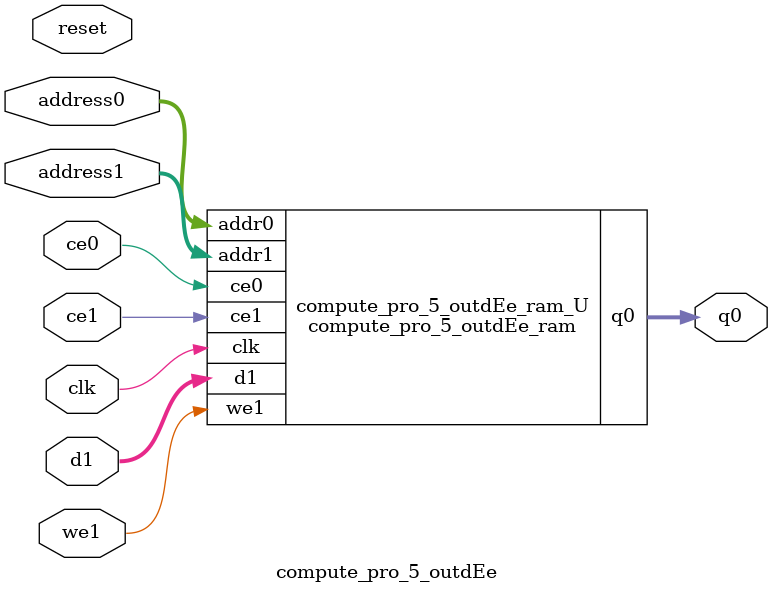
<source format=v>
`timescale 1 ns / 1 ps
module compute_pro_5_outdEe_ram (addr0, ce0, q0, addr1, ce1, d1, we1,  clk);

parameter DWIDTH = 16;
parameter AWIDTH = 8;
parameter MEM_SIZE = 256;

input[AWIDTH-1:0] addr0;
input ce0;
output reg[DWIDTH-1:0] q0;
input[AWIDTH-1:0] addr1;
input ce1;
input[DWIDTH-1:0] d1;
input we1;
input clk;

(* ram_style = "block" *)reg [DWIDTH-1:0] ram[0:MEM_SIZE-1];




always @(posedge clk)  
begin 
    if (ce0) 
    begin
        q0 <= ram[addr0];
    end
end


always @(posedge clk)  
begin 
    if (ce1) 
    begin
        if (we1) 
        begin 
            ram[addr1] <= d1; 
        end 
    end
end


endmodule

`timescale 1 ns / 1 ps
module compute_pro_5_outdEe(
    reset,
    clk,
    address0,
    ce0,
    q0,
    address1,
    ce1,
    we1,
    d1);

parameter DataWidth = 32'd16;
parameter AddressRange = 32'd256;
parameter AddressWidth = 32'd8;
input reset;
input clk;
input[AddressWidth - 1:0] address0;
input ce0;
output[DataWidth - 1:0] q0;
input[AddressWidth - 1:0] address1;
input ce1;
input we1;
input[DataWidth - 1:0] d1;



compute_pro_5_outdEe_ram compute_pro_5_outdEe_ram_U(
    .clk( clk ),
    .addr0( address0 ),
    .ce0( ce0 ),
    .q0( q0 ),
    .addr1( address1 ),
    .ce1( ce1 ),
    .we1( we1 ),
    .d1( d1 ));

endmodule


</source>
